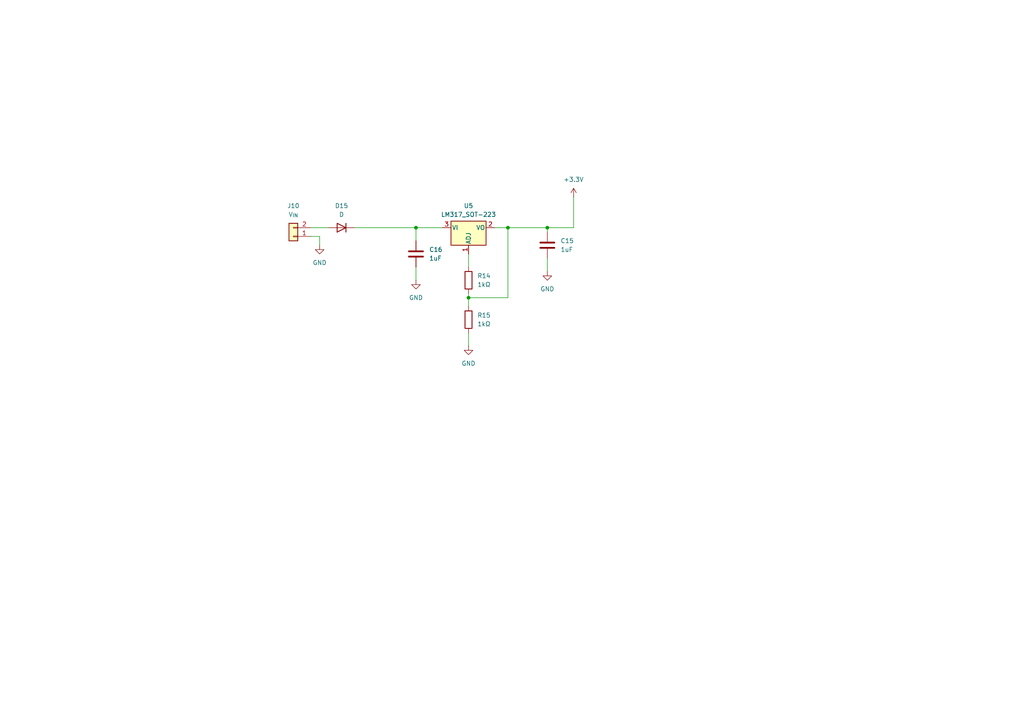
<source format=kicad_sch>
(kicad_sch (version 20250114) (generator "eeschema") (generator_version "9.0")
  (paper "A4")
  (lib_symbols
    (symbol "Connector_Generic:Conn_01x02" (pin_names (offset 1.016) (hide yes))
      (property "Reference" "J" (at 0 2.54 0))
      (property "Value" "Conn_01x02" (at 0 -5.08 0))
      (symbol "Conn_01x02_1_1"
        (rectangle (start -1.27 1.27) (end 1.27 -3.81) (stroke (width 0.254)) (fill (type background)))
        (rectangle (start -1.27 0.127) (end 0 -0.127) (stroke (width 0.1524)))
        (rectangle (start -1.27 -2.413) (end 0 -2.667) (stroke (width 0.1524)))
        (pin passive line (at -5.08 0 0) (length 3.81) (name "Pin_1") (number "1"))
        (pin passive line (at -5.08 -2.54 0) (length 3.81) (name "Pin_2") (number "2"))
      )
    )
    (symbol "Device:C" (pin_numbers (hide yes)) (pin_names (offset 0.254))
      (property "Reference" "C" (at 0.635 2.54 0))
      (property "Value" "C" (at 0.635 -2.54 0))
      (symbol "C_0_1"
        (polyline (pts (xy -2.032 0.762) (xy 2.032 0.762)) (stroke (width 0.508)))
        (polyline (pts (xy -2.032 -0.762) (xy 2.032 -0.762)) (stroke (width 0.508)))
      )
      (symbol "C_1_1"
        (pin passive line (at 0 3.81 270) (length 2.794) (name "~") (number "1"))
        (pin passive line (at 0 -3.81 90) (length 2.794) (name "~") (number "2"))
      )
    )
    (symbol "Device:D" (pin_numbers (hide yes)) (pin_names (offset 1.016) (hide yes))
      (property "Reference" "D" (at 0 2.54 0))
      (property "Value" "D" (at 0 -2.54 0))
      (symbol "D_0_1"
        (polyline (pts (xy -1.27 1.27) (xy -1.27 -1.27)) (stroke (width 0.254)))
        (polyline (pts (xy 1.27 1.27) (xy 1.27 -1.27) (xy -1.27 0) (xy 1.27 1.27)) (stroke (width 0.254)))
        (polyline (pts (xy 1.27 0) (xy -1.27 0)))
      )
      (symbol "D_1_1"
        (pin passive line (at -3.81 0 0) (length 2.54) (name "K") (number "1"))
        (pin passive line (at 3.81 0 180) (length 2.54) (name "A") (number "2"))
      )
    )
    (symbol "Device:R" (pin_numbers (hide yes)) (pin_names (offset 0))
      (property "Reference" "R" (at 2.032 0 90))
      (property "Value" "R" (at 0 0 90))
      (symbol "R_0_1"
        (rectangle (start -1.016 -2.54) (end 1.016 2.54) (stroke (width 0.254)))
      )
      (symbol "R_1_1"
        (pin passive line (at 0 3.81 270) (length 1.27) (name "~") (number "1"))
        (pin passive line (at 0 -3.81 90) (length 1.27) (name "~") (number "2"))
      )
    )
    (symbol "Regulator_Linear:LM317_SOT-223" (pin_names (offset 0.254))
      (property "Reference" "U" (at -3.81 3.175 0))
      (property "Value" "LM317_SOT-223" (at 0 3.175 0))
      (symbol "LM317_SOT-223_0_1"
        (rectangle (start -5.08 1.905) (end 5.08 -5.08) (stroke (width 0.254)) (fill (type background)))
      )
      (symbol "LM317_SOT-223_1_1"
        (pin power_in line (at -7.62 0 0) (length 2.54) (name "VI") (number "3"))
        (pin input line (at 0 -7.62 90) (length 2.54) (name "ADJ") (number "1"))
        (pin power_out line (at 7.62 0 180) (length 2.54) (name "VO") (number "2"))
      )
    )
    (symbol "power:+3.3V" (power) (pin_numbers (hide yes)) (pin_names (offset 0) (hide yes))
      (property "Value" "+3.3V" (at 0 3.556 0))
      (symbol "+3.3V_0_1"
        (polyline (pts (xy -0.762 1.27) (xy 0 2.54)))
        (polyline (pts (xy 0 2.54) (xy 0.762 1.27)))
        (polyline (pts (xy 0 0) (xy 0 2.54)))
      )
      (symbol "+3.3V_1_1"
        (pin power_in line (at 0 0 90) (length 0) (name "~") (number "1"))
      )
    )
    (symbol "power:GND" (power) (pin_numbers (hide yes)) (pin_names (offset 0) (hide yes))
      (property "Value" "GND" (at 0 -3.81 0))
      (symbol "GND_0_1"
        (polyline (pts (xy 0 0) (xy 0 -1.27) (xy 1.27 -1.27) (xy 0 -2.54) (xy -1.27 -1.27) (xy 0 -1.27)))
      )
      (symbol "GND_1_1"
        (pin power_in line (at 0 0 270) (length 0) (name "~") (number "1"))
      )
    )
  )
  (junction (at 120.65 66.04))
  (junction (at 147.32 66.04))
  (junction (at 158.75 66.04))
  (junction (at 135.89 86.36))
  (wire (pts (xy 147.32 66.04) (xy 143.51 66.04)))
  (wire (pts (xy 158.75 74.93) (xy 158.75 78.74)))
  (wire (pts (xy 135.89 73.66) (xy 135.89 77.47)))
  (wire (pts (xy 92.71 68.58) (xy 92.71 71.12)))
  (wire (pts (xy 135.89 86.36) (xy 147.32 86.36)))
  (wire (pts (xy 90.17 66.04) (xy 95.25 66.04)))
  (wire (pts (xy 135.89 85.09) (xy 135.89 86.36)))
  (wire (pts (xy 158.75 66.04) (xy 158.75 67.31)))
  (wire (pts (xy 135.89 86.36) (xy 135.89 88.9)))
  (wire (pts (xy 147.32 86.36) (xy 147.32 66.04)))
  (wire (pts (xy 158.75 66.04) (xy 166.37 66.04)))
  (wire (pts (xy 120.65 66.04) (xy 120.65 69.85)))
  (wire (pts (xy 90.17 68.58) (xy 92.71 68.58)))
  (wire (pts (xy 166.37 66.04) (xy 166.37 57.15)))
  (wire (pts (xy 147.32 66.04) (xy 158.75 66.04)))
  (wire (pts (xy 102.87 66.04) (xy 120.65 66.04)))
  (wire (pts (xy 120.65 66.04) (xy 128.27 66.04)))
  (wire (pts (xy 135.89 96.52) (xy 135.89 100.33)))
  (wire (pts (xy 120.65 77.47) (xy 120.65 81.28)))
  (symbol (lib_id "power:GND") (at 92.71 71.12 0) (unit 1)
    (property "Reference" "#PWR022" (effects (hide yes)))
    (property "Value" "GND" (at 92.71 76.2 0))
    (property "Description" "Power symbol creates a global label with name \"GND\" , ground" (effects (hide yes)))
  )
  (symbol (lib_id "Device:C") (at 120.65 73.66 0) (unit 1)
    (property "Reference" "C16" (at 124.46 72.3899 0) (effects (justify left)))
    (property "Value" "1uF" (at 124.46 74.9299 0) (effects (justify left)))
    (property "Footprint" "Capacitor_SMD:C_0805_2012Metric" (effects (hide yes)))
  )
  (symbol (lib_id "power:GND") (at 158.75 78.74 0) (unit 1)
    (property "Reference" "#PWR021" (effects (hide yes)))
    (property "Value" "GND" (at 158.75 83.82 0))
    (property "Description" "Power symbol creates a global label with name \"GND\" , ground" (effects (hide yes)))
  )
  (symbol (lib_id "Device:C") (at 158.75 71.12 0) (unit 1)
    (property "Reference" "C15" (at 162.56 69.8499 0) (effects (justify left)))
    (property "Value" "1uF" (at 162.56 72.3899 0) (effects (justify left)))
    (property "Footprint" "Capacitor_SMD:C_0805_2012Metric" (effects (hide yes)))
  )
  (symbol (lib_id "Device:D") (at 99.06 66.04 180) (unit 1)
    (property "Reference" "D15" (at 99.06 59.69 0))
    (property "Value" "D" (at 99.06 62.23 0))
    (property "Footprint" "Diode_SMD:D_SMA" (effects (hide yes)))
    (property "Description" "Diode" (effects (hide yes)))
    (property "Sim.Device" "D" (effects (hide yes)))
    (property "Sim.Pins" "1=K 2=A" (effects (hide yes)))
  )
  (symbol (lib_id "Connector_Generic:Conn_01x02") (at 85.09 68.58 180) (unit 1)
    (property "Reference" "J10" (at 85.09 59.69 0))
    (property "Value" "V_{IN}" (at 85.09 62.23 0))
    (property "Description" "Generic connector, single row, 01x02, script generated (kicad-library-utils/schlib/autogen/connector/)" (effects (hide yes)))
  )
  (symbol (lib_id "power:GND") (at 135.89 100.33 0) (unit 1)
    (property "Reference" "#PWR018" (effects (hide yes)))
    (property "Value" "GND" (at 135.89 105.41 0))
    (property "Description" "Power symbol creates a global label with name \"GND\" , ground" (effects (hide yes)))
  )
  (symbol (lib_id "Device:R") (at 135.89 92.71 0) (unit 1)
    (property "Reference" "R15" (at 138.43 91.4399 0) (effects (justify left)))
    (property "Value" "1kΩ" (at 138.43 93.9799 0) (effects (justify left)))
    (property "Footprint" "Resistor_SMD:R_0805_2012Metric" (effects (hide yes)))
  )
  (symbol (lib_id "Device:R") (at 135.89 81.28 0) (unit 1)
    (property "Reference" "R14" (at 138.43 80.0099 0) (effects (justify left)))
    (property "Value" "1kΩ" (at 138.43 82.5499 0) (effects (justify left)))
    (property "Footprint" "Resistor_SMD:R_0805_2012Metric" (effects (hide yes)))
  )
  (symbol (lib_id "power:GND") (at 120.65 81.28 0) (unit 1)
    (property "Reference" "#PWR020" (effects (hide yes)))
    (property "Value" "GND" (at 120.65 86.36 0))
    (property "Description" "Power symbol creates a global label with name \"GND\" , ground" (effects (hide yes)))
  )
  (symbol (lib_id "power:+3.3V") (at 166.37 57.15 0) (unit 1)
    (property "Reference" "#PWR019" (effects (hide yes)))
    (property "Value" "+3.3V" (at 166.37 52.07 0))
    (property "Description" "Power symbol creates a global label with name \"+3.3V\"" (effects (hide yes)))
  )
  (symbol (lib_id "Regulator_Linear:LM317_SOT-223") (at 135.89 66.04 0) (unit 1)
    (property "Reference" "U5" (at 135.89 59.69 0))
    (property "Value" "LM317_SOT-223" (at 135.89 62.23 0))
    (property "Footprint" "Package_TO_SOT_SMD:SOT-223-3_TabPin2" (effects (hide yes)))
    (property "Datasheet" "http://www.ti.com/lit/ds/symlink/lm317.pdf" (effects (hide yes)))
    (property "Description" "1.5A 35V Adjustable Linear Regulator, SOT-223" (effects (hide yes)))
  )
)
</source>
